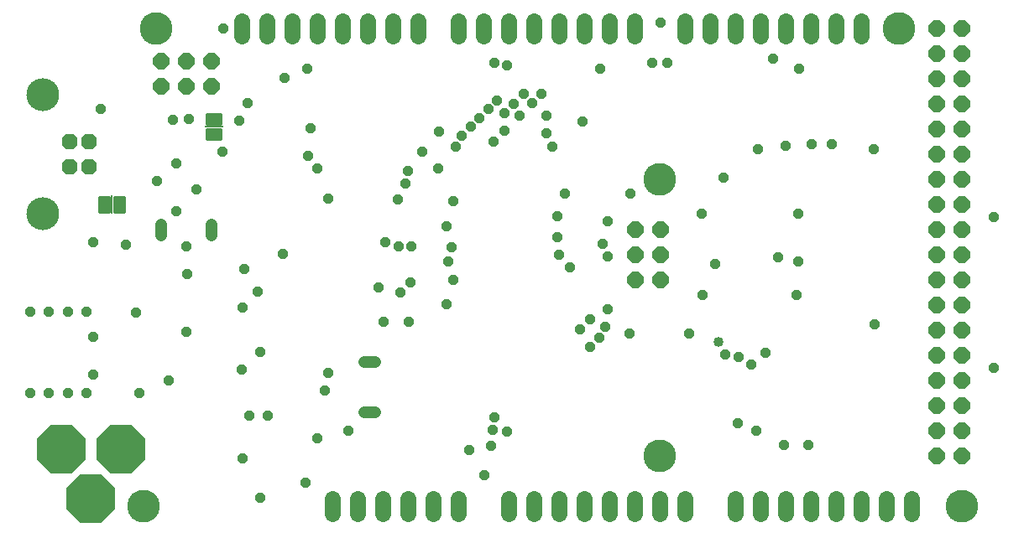
<source format=gbs>
G04 EAGLE Gerber RS-274X export*
G75*
%MOMM*%
%FSLAX34Y34*%
%LPD*%
%INSoldermask Bottom*%
%IPPOS*%
%AMOC8*
5,1,8,0,0,1.08239X$1,22.5*%
G01*
G04 Define Apertures*
%ADD10C,3.301600*%
%ADD11P,1.75953X8X292.5*%
%ADD12C,1.625600*%
%ADD13P,5.33358X8X112.5*%
%ADD14P,1.6881X8X292.5*%
%ADD15C,3.317600*%
%ADD16P,1.75953X8X112.5*%
%ADD17P,1.75953X8X22.5*%
%ADD18P,1.75953X8X202.5*%
%ADD19C,0.215900*%
%ADD20R,1.828800X0.152400*%
%ADD21R,0.152400X1.828800*%
%ADD22C,1.219200*%
%ADD23P,1.09971X8X22.5*%
%ADD24C,1.016000*%
D10*
X965200Y25400D03*
X152400Y508000D03*
X901700Y508000D03*
X139700Y25400D03*
X660400Y355600D03*
X660400Y76200D03*
D11*
X636270Y304800D03*
X661670Y304800D03*
X636270Y279400D03*
X661670Y279400D03*
X636270Y254000D03*
X661670Y254000D03*
D12*
X635000Y500380D02*
X635000Y515620D01*
X609600Y515620D02*
X609600Y500380D01*
X584200Y500380D02*
X584200Y515620D01*
X558800Y515620D02*
X558800Y500380D01*
X533400Y500380D02*
X533400Y515620D01*
X508000Y515620D02*
X508000Y500380D01*
X482600Y500380D02*
X482600Y515620D01*
X457200Y515620D02*
X457200Y500380D01*
X416560Y500380D02*
X416560Y515620D01*
X391160Y515620D02*
X391160Y500380D01*
X365760Y500380D02*
X365760Y515620D01*
X340360Y515620D02*
X340360Y500380D01*
X314960Y500380D02*
X314960Y515620D01*
X289560Y515620D02*
X289560Y500380D01*
X264160Y500380D02*
X264160Y515620D01*
X238760Y515620D02*
X238760Y500380D01*
D13*
X86868Y33020D03*
X116840Y83058D03*
X56896Y83058D03*
D12*
X330200Y33020D02*
X330200Y17780D01*
X355600Y17780D02*
X355600Y33020D01*
X381000Y33020D02*
X381000Y17780D01*
X406400Y17780D02*
X406400Y33020D01*
X431800Y33020D02*
X431800Y17780D01*
X457200Y17780D02*
X457200Y33020D01*
X508000Y33020D02*
X508000Y17780D01*
X533400Y17780D02*
X533400Y33020D01*
X558800Y33020D02*
X558800Y17780D01*
X584200Y17780D02*
X584200Y33020D01*
X609600Y33020D02*
X609600Y17780D01*
X635000Y17780D02*
X635000Y33020D01*
X660400Y33020D02*
X660400Y17780D01*
X685800Y17780D02*
X685800Y33020D01*
X863600Y500380D02*
X863600Y515620D01*
X838200Y515620D02*
X838200Y500380D01*
X812800Y500380D02*
X812800Y515620D01*
X787400Y515620D02*
X787400Y500380D01*
X762000Y500380D02*
X762000Y515620D01*
X736600Y515620D02*
X736600Y500380D01*
X711200Y500380D02*
X711200Y515620D01*
X685800Y515620D02*
X685800Y500380D01*
X736600Y33020D02*
X736600Y17780D01*
X762000Y17780D02*
X762000Y33020D01*
X787400Y33020D02*
X787400Y17780D01*
X812800Y17780D02*
X812800Y33020D01*
X838200Y33020D02*
X838200Y17780D01*
X863600Y17780D02*
X863600Y33020D01*
X889000Y33020D02*
X889000Y17780D01*
X914400Y17780D02*
X914400Y33020D01*
D14*
X85200Y368500D03*
X85200Y393500D03*
X65200Y393500D03*
X65200Y368500D03*
D15*
X38100Y441000D03*
X38100Y321000D03*
D16*
X965200Y304800D03*
X939800Y304800D03*
X965200Y330200D03*
X939800Y330200D03*
X965200Y355600D03*
X939800Y355600D03*
X965200Y381000D03*
X939800Y381000D03*
X965200Y406400D03*
X939800Y406400D03*
X965200Y431800D03*
X939800Y431800D03*
X965200Y457200D03*
X939800Y457200D03*
X965200Y482600D03*
X939800Y482600D03*
X965200Y101600D03*
X939800Y101600D03*
X965200Y127000D03*
X939800Y127000D03*
X965200Y152400D03*
X939800Y152400D03*
X965200Y177800D03*
X939800Y177800D03*
X965200Y203200D03*
X939800Y203200D03*
X965200Y228600D03*
X939800Y228600D03*
X965200Y254000D03*
X939800Y254000D03*
X965200Y279400D03*
X939800Y279400D03*
D17*
X939800Y508000D03*
X965200Y508000D03*
X939800Y76200D03*
X965200Y76200D03*
D18*
X208280Y474980D03*
X208280Y449580D03*
X182880Y474980D03*
X182880Y449580D03*
X157480Y474980D03*
X157480Y449580D03*
D19*
X218250Y406591D02*
X218250Y396049D01*
X203390Y396049D01*
X203390Y406591D01*
X218250Y406591D01*
X218250Y398100D02*
X203390Y398100D01*
X203390Y400151D02*
X218250Y400151D01*
X218250Y402202D02*
X203390Y402202D01*
X203390Y404253D02*
X218250Y404253D01*
X218250Y406304D02*
X203390Y406304D01*
X218250Y411289D02*
X218250Y421831D01*
X218250Y411289D02*
X203390Y411289D01*
X203390Y421831D01*
X218250Y421831D01*
X218250Y413340D02*
X203390Y413340D01*
X203390Y415391D02*
X218250Y415391D01*
X218250Y417442D02*
X203390Y417442D01*
X203390Y419493D02*
X218250Y419493D01*
X218250Y421544D02*
X203390Y421544D01*
D20*
X210820Y408940D03*
D19*
X105601Y322770D02*
X95059Y322770D01*
X95059Y337630D01*
X105601Y337630D01*
X105601Y322770D01*
X105601Y324821D02*
X95059Y324821D01*
X95059Y326872D02*
X105601Y326872D01*
X105601Y328923D02*
X95059Y328923D01*
X95059Y330974D02*
X105601Y330974D01*
X105601Y333025D02*
X95059Y333025D01*
X95059Y335076D02*
X105601Y335076D01*
X105601Y337127D02*
X95059Y337127D01*
X110299Y322770D02*
X120841Y322770D01*
X110299Y322770D02*
X110299Y337630D01*
X120841Y337630D01*
X120841Y322770D01*
X120841Y324821D02*
X110299Y324821D01*
X110299Y326872D02*
X120841Y326872D01*
X120841Y328923D02*
X110299Y328923D01*
X110299Y330974D02*
X120841Y330974D01*
X120841Y333025D02*
X110299Y333025D01*
X110299Y335076D02*
X120841Y335076D01*
X120841Y337127D02*
X110299Y337127D01*
D21*
X107950Y330200D03*
D22*
X208280Y310388D02*
X208280Y299212D01*
X157480Y299212D02*
X157480Y310388D01*
X362712Y171450D02*
X373888Y171450D01*
X373888Y120650D02*
X362712Y120650D01*
D23*
X303530Y49530D03*
X322580Y142240D03*
X834390Y391160D03*
X564896Y341630D03*
X631444Y341376D03*
X570230Y266700D03*
X445770Y308610D03*
X436880Y367030D03*
X63500Y222250D03*
X88900Y292100D03*
X44450Y222250D03*
X82550Y222250D03*
X25400Y222250D03*
X88900Y196850D03*
X25400Y139700D03*
X63500Y139700D03*
X44450Y139700D03*
X88900Y158750D03*
X82550Y139700D03*
X153670Y354330D03*
X193040Y345440D03*
X280670Y280670D03*
X236220Y415290D03*
X238760Y163830D03*
X184150Y260350D03*
X558800Y279400D03*
X608330Y313690D03*
X690000Y200000D03*
X382270Y212090D03*
X450850Y287020D03*
X452120Y334010D03*
X552450Y388620D03*
X326390Y336550D03*
X383540Y292260D03*
X876300Y386080D03*
X877570Y209550D03*
X724916Y357124D03*
X246380Y116840D03*
X135890Y139700D03*
X326390Y160020D03*
X407670Y212090D03*
X172720Y372110D03*
X185420Y416560D03*
X255270Y242570D03*
X582930Y414020D03*
X774954Y478028D03*
X438150Y403860D03*
X447040Y273050D03*
X483870Y56670D03*
X257810Y34290D03*
X132080Y220980D03*
X241300Y265430D03*
X245110Y433070D03*
X608330Y278130D03*
X580390Y204470D03*
X121920Y289560D03*
X377190Y246380D03*
X779780Y276860D03*
X767080Y180420D03*
X998060Y317500D03*
X798830Y238760D03*
X703580Y238760D03*
X716280Y270510D03*
X182880Y288290D03*
X703416Y320974D03*
X630000Y200000D03*
X172720Y323850D03*
X998060Y165100D03*
X661510Y514350D03*
X220820Y508000D03*
X182880Y201930D03*
X420878Y383540D03*
X281940Y458470D03*
X265430Y116840D03*
X786130Y87630D03*
X468550Y82630D03*
X314960Y93980D03*
X800100Y273050D03*
X800100Y321310D03*
X240030Y73660D03*
X759620Y386240D03*
X801370Y467360D03*
X600710Y467360D03*
X304800Y467360D03*
X454660Y388620D03*
X469900Y408940D03*
X461010Y400050D03*
X478790Y417830D03*
X487680Y426720D03*
X496570Y435610D03*
X492760Y393700D03*
X504190Y422910D03*
X346710Y101600D03*
X240030Y226060D03*
X740410Y176530D03*
X787400Y389890D03*
X814070Y391160D03*
X753110Y168910D03*
X513080Y431800D03*
X504190Y405130D03*
X519430Y420370D03*
X523240Y441960D03*
X532130Y433070D03*
X541020Y441960D03*
X546100Y420370D03*
X546100Y402590D03*
X445770Y229870D03*
X490220Y86360D03*
X810260Y87630D03*
X398780Y241300D03*
X506730Y101250D03*
X758190Y101600D03*
X739140Y109220D03*
X408940Y251460D03*
X492300Y102870D03*
X494030Y473710D03*
X403860Y351790D03*
X396240Y335280D03*
X314960Y367030D03*
X306070Y379730D03*
X406400Y364490D03*
X257810Y181610D03*
X219710Y383540D03*
X506730Y471170D03*
X726440Y179070D03*
D24*
X720090Y191770D03*
D23*
X410210Y288290D03*
X668020Y473710D03*
X557530Y297180D03*
X397510Y288290D03*
X652780Y473710D03*
X557530Y318770D03*
X452120Y254000D03*
X494030Y115570D03*
X590550Y214630D03*
X590550Y186690D03*
X608330Y224790D03*
X599440Y195580D03*
X605790Y207010D03*
X603250Y290830D03*
X308610Y407670D03*
X169545Y415925D03*
X165100Y152400D03*
X96520Y426720D03*
M02*

</source>
